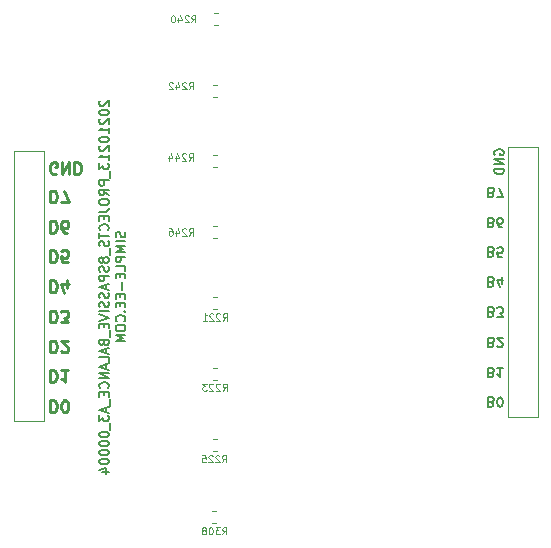
<source format=gbo>
%TF.GenerationSoftware,KiCad,Pcbnew,(5.1.8)-1*%
%TF.CreationDate,2021-02-13T13:18:40-08:00*%
%TF.ProjectId,20210213_Projects_PassiveBalanceBoard,32303231-3032-4313-935f-50726f6a6563,A0*%
%TF.SameCoordinates,PX5b5cac0PY99e0170*%
%TF.FileFunction,Legend,Bot*%
%TF.FilePolarity,Positive*%
%FSLAX46Y46*%
G04 Gerber Fmt 4.6, Leading zero omitted, Abs format (unit mm)*
G04 Created by KiCad (PCBNEW (5.1.8)-1) date 2021-02-13 13:18:40*
%MOMM*%
%LPD*%
G01*
G04 APERTURE LIST*
%ADD10C,0.120000*%
%ADD11C,0.200000*%
%ADD12C,0.250000*%
%ADD13C,0.100000*%
G04 APERTURE END LIST*
D10*
X44475000Y39625000D02*
X41925000Y39625000D01*
X44475000Y16775000D02*
X44475000Y39625000D01*
X41925000Y16775000D02*
X44475000Y16775000D01*
X41925000Y39625000D02*
X41925000Y16775000D01*
X125000Y16425000D02*
X125000Y39275000D01*
X2675000Y16425000D02*
X125000Y16425000D01*
X2675000Y39275000D02*
X2675000Y16425000D01*
X125000Y39275000D02*
X2675000Y39275000D01*
D11*
X7438095Y43521429D02*
X7400000Y43483334D01*
X7361904Y43407143D01*
X7361904Y43216667D01*
X7400000Y43140477D01*
X7438095Y43102381D01*
X7514285Y43064286D01*
X7590476Y43064286D01*
X7704761Y43102381D01*
X8161904Y43559524D01*
X8161904Y43064286D01*
X7361904Y42569048D02*
X7361904Y42492858D01*
X7400000Y42416667D01*
X7438095Y42378572D01*
X7514285Y42340477D01*
X7666666Y42302381D01*
X7857142Y42302381D01*
X8009523Y42340477D01*
X8085714Y42378572D01*
X8123809Y42416667D01*
X8161904Y42492858D01*
X8161904Y42569048D01*
X8123809Y42645239D01*
X8085714Y42683334D01*
X8009523Y42721429D01*
X7857142Y42759524D01*
X7666666Y42759524D01*
X7514285Y42721429D01*
X7438095Y42683334D01*
X7400000Y42645239D01*
X7361904Y42569048D01*
X7438095Y41997620D02*
X7400000Y41959524D01*
X7361904Y41883334D01*
X7361904Y41692858D01*
X7400000Y41616667D01*
X7438095Y41578572D01*
X7514285Y41540477D01*
X7590476Y41540477D01*
X7704761Y41578572D01*
X8161904Y42035715D01*
X8161904Y41540477D01*
X8161904Y40778572D02*
X8161904Y41235715D01*
X8161904Y41007143D02*
X7361904Y41007143D01*
X7476190Y41083334D01*
X7552380Y41159524D01*
X7590476Y41235715D01*
X7361904Y40283334D02*
X7361904Y40207143D01*
X7400000Y40130953D01*
X7438095Y40092858D01*
X7514285Y40054762D01*
X7666666Y40016667D01*
X7857142Y40016667D01*
X8009523Y40054762D01*
X8085714Y40092858D01*
X8123809Y40130953D01*
X8161904Y40207143D01*
X8161904Y40283334D01*
X8123809Y40359524D01*
X8085714Y40397620D01*
X8009523Y40435715D01*
X7857142Y40473810D01*
X7666666Y40473810D01*
X7514285Y40435715D01*
X7438095Y40397620D01*
X7400000Y40359524D01*
X7361904Y40283334D01*
X7438095Y39711905D02*
X7400000Y39673810D01*
X7361904Y39597620D01*
X7361904Y39407143D01*
X7400000Y39330953D01*
X7438095Y39292858D01*
X7514285Y39254762D01*
X7590476Y39254762D01*
X7704761Y39292858D01*
X8161904Y39750000D01*
X8161904Y39254762D01*
X8161904Y38492858D02*
X8161904Y38950000D01*
X8161904Y38721429D02*
X7361904Y38721429D01*
X7476190Y38797620D01*
X7552380Y38873810D01*
X7590476Y38950000D01*
X7361904Y38226191D02*
X7361904Y37730953D01*
X7666666Y37997620D01*
X7666666Y37883334D01*
X7704761Y37807143D01*
X7742857Y37769048D01*
X7819047Y37730953D01*
X8009523Y37730953D01*
X8085714Y37769048D01*
X8123809Y37807143D01*
X8161904Y37883334D01*
X8161904Y38111905D01*
X8123809Y38188096D01*
X8085714Y38226191D01*
X8238095Y37578572D02*
X8238095Y36969048D01*
X8161904Y36778572D02*
X7361904Y36778572D01*
X7361904Y36473810D01*
X7400000Y36397620D01*
X7438095Y36359524D01*
X7514285Y36321429D01*
X7628571Y36321429D01*
X7704761Y36359524D01*
X7742857Y36397620D01*
X7780952Y36473810D01*
X7780952Y36778572D01*
X8161904Y35521429D02*
X7780952Y35788096D01*
X8161904Y35978572D02*
X7361904Y35978572D01*
X7361904Y35673810D01*
X7400000Y35597620D01*
X7438095Y35559524D01*
X7514285Y35521429D01*
X7628571Y35521429D01*
X7704761Y35559524D01*
X7742857Y35597620D01*
X7780952Y35673810D01*
X7780952Y35978572D01*
X7361904Y35026191D02*
X7361904Y34873810D01*
X7400000Y34797620D01*
X7476190Y34721429D01*
X7628571Y34683334D01*
X7895238Y34683334D01*
X8047619Y34721429D01*
X8123809Y34797620D01*
X8161904Y34873810D01*
X8161904Y35026191D01*
X8123809Y35102381D01*
X8047619Y35178572D01*
X7895238Y35216667D01*
X7628571Y35216667D01*
X7476190Y35178572D01*
X7400000Y35102381D01*
X7361904Y35026191D01*
X7361904Y34111905D02*
X7933333Y34111905D01*
X8047619Y34150000D01*
X8123809Y34226191D01*
X8161904Y34340477D01*
X8161904Y34416667D01*
X7742857Y33730953D02*
X7742857Y33464286D01*
X8161904Y33350000D02*
X8161904Y33730953D01*
X7361904Y33730953D01*
X7361904Y33350000D01*
X8085714Y32550000D02*
X8123809Y32588096D01*
X8161904Y32702381D01*
X8161904Y32778572D01*
X8123809Y32892858D01*
X8047619Y32969048D01*
X7971428Y33007143D01*
X7819047Y33045239D01*
X7704761Y33045239D01*
X7552380Y33007143D01*
X7476190Y32969048D01*
X7400000Y32892858D01*
X7361904Y32778572D01*
X7361904Y32702381D01*
X7400000Y32588096D01*
X7438095Y32550000D01*
X7361904Y32321429D02*
X7361904Y31864286D01*
X8161904Y32092858D02*
X7361904Y32092858D01*
X8123809Y31635715D02*
X8161904Y31521429D01*
X8161904Y31330953D01*
X8123809Y31254762D01*
X8085714Y31216667D01*
X8009523Y31178572D01*
X7933333Y31178572D01*
X7857142Y31216667D01*
X7819047Y31254762D01*
X7780952Y31330953D01*
X7742857Y31483334D01*
X7704761Y31559524D01*
X7666666Y31597620D01*
X7590476Y31635715D01*
X7514285Y31635715D01*
X7438095Y31597620D01*
X7400000Y31559524D01*
X7361904Y31483334D01*
X7361904Y31292858D01*
X7400000Y31178572D01*
X8238095Y31026191D02*
X8238095Y30416667D01*
X7704761Y30111905D02*
X7666666Y30188096D01*
X7628571Y30226191D01*
X7552380Y30264286D01*
X7514285Y30264286D01*
X7438095Y30226191D01*
X7400000Y30188096D01*
X7361904Y30111905D01*
X7361904Y29959524D01*
X7400000Y29883334D01*
X7438095Y29845239D01*
X7514285Y29807143D01*
X7552380Y29807143D01*
X7628571Y29845239D01*
X7666666Y29883334D01*
X7704761Y29959524D01*
X7704761Y30111905D01*
X7742857Y30188096D01*
X7780952Y30226191D01*
X7857142Y30264286D01*
X8009523Y30264286D01*
X8085714Y30226191D01*
X8123809Y30188096D01*
X8161904Y30111905D01*
X8161904Y29959524D01*
X8123809Y29883334D01*
X8085714Y29845239D01*
X8009523Y29807143D01*
X7857142Y29807143D01*
X7780952Y29845239D01*
X7742857Y29883334D01*
X7704761Y29959524D01*
X8123809Y29502381D02*
X8161904Y29388096D01*
X8161904Y29197620D01*
X8123809Y29121429D01*
X8085714Y29083334D01*
X8009523Y29045239D01*
X7933333Y29045239D01*
X7857142Y29083334D01*
X7819047Y29121429D01*
X7780952Y29197620D01*
X7742857Y29350000D01*
X7704761Y29426191D01*
X7666666Y29464286D01*
X7590476Y29502381D01*
X7514285Y29502381D01*
X7438095Y29464286D01*
X7400000Y29426191D01*
X7361904Y29350000D01*
X7361904Y29159524D01*
X7400000Y29045239D01*
X8161904Y28702381D02*
X7361904Y28702381D01*
X7361904Y28397620D01*
X7400000Y28321429D01*
X7438095Y28283334D01*
X7514285Y28245239D01*
X7628571Y28245239D01*
X7704761Y28283334D01*
X7742857Y28321429D01*
X7780952Y28397620D01*
X7780952Y28702381D01*
X7933333Y27940477D02*
X7933333Y27559524D01*
X8161904Y28016667D02*
X7361904Y27750000D01*
X8161904Y27483334D01*
X8123809Y27254762D02*
X8161904Y27140477D01*
X8161904Y26950000D01*
X8123809Y26873810D01*
X8085714Y26835715D01*
X8009523Y26797620D01*
X7933333Y26797620D01*
X7857142Y26835715D01*
X7819047Y26873810D01*
X7780952Y26950000D01*
X7742857Y27102381D01*
X7704761Y27178572D01*
X7666666Y27216667D01*
X7590476Y27254762D01*
X7514285Y27254762D01*
X7438095Y27216667D01*
X7400000Y27178572D01*
X7361904Y27102381D01*
X7361904Y26911905D01*
X7400000Y26797620D01*
X8123809Y26492858D02*
X8161904Y26378572D01*
X8161904Y26188096D01*
X8123809Y26111905D01*
X8085714Y26073810D01*
X8009523Y26035715D01*
X7933333Y26035715D01*
X7857142Y26073810D01*
X7819047Y26111905D01*
X7780952Y26188096D01*
X7742857Y26340477D01*
X7704761Y26416667D01*
X7666666Y26454762D01*
X7590476Y26492858D01*
X7514285Y26492858D01*
X7438095Y26454762D01*
X7400000Y26416667D01*
X7361904Y26340477D01*
X7361904Y26150000D01*
X7400000Y26035715D01*
X8161904Y25692858D02*
X7361904Y25692858D01*
X7361904Y25426191D02*
X8161904Y25159524D01*
X7361904Y24892858D01*
X7742857Y24626191D02*
X7742857Y24359524D01*
X8161904Y24245239D02*
X8161904Y24626191D01*
X7361904Y24626191D01*
X7361904Y24245239D01*
X8238095Y24092858D02*
X8238095Y23483334D01*
X7742857Y23026191D02*
X7780952Y22911905D01*
X7819047Y22873810D01*
X7895238Y22835715D01*
X8009523Y22835715D01*
X8085714Y22873810D01*
X8123809Y22911905D01*
X8161904Y22988096D01*
X8161904Y23292858D01*
X7361904Y23292858D01*
X7361904Y23026191D01*
X7400000Y22950000D01*
X7438095Y22911905D01*
X7514285Y22873810D01*
X7590476Y22873810D01*
X7666666Y22911905D01*
X7704761Y22950000D01*
X7742857Y23026191D01*
X7742857Y23292858D01*
X7933333Y22530953D02*
X7933333Y22150000D01*
X8161904Y22607143D02*
X7361904Y22340477D01*
X8161904Y22073810D01*
X8161904Y21426191D02*
X8161904Y21807143D01*
X7361904Y21807143D01*
X7933333Y21197620D02*
X7933333Y20816667D01*
X8161904Y21273810D02*
X7361904Y21007143D01*
X8161904Y20740477D01*
X8161904Y20473810D02*
X7361904Y20473810D01*
X8161904Y20016667D01*
X7361904Y20016667D01*
X8085714Y19178572D02*
X8123809Y19216667D01*
X8161904Y19330953D01*
X8161904Y19407143D01*
X8123809Y19521429D01*
X8047619Y19597620D01*
X7971428Y19635715D01*
X7819047Y19673810D01*
X7704761Y19673810D01*
X7552380Y19635715D01*
X7476190Y19597620D01*
X7400000Y19521429D01*
X7361904Y19407143D01*
X7361904Y19330953D01*
X7400000Y19216667D01*
X7438095Y19178572D01*
X7742857Y18835715D02*
X7742857Y18569048D01*
X8161904Y18454762D02*
X8161904Y18835715D01*
X7361904Y18835715D01*
X7361904Y18454762D01*
X8238095Y18302381D02*
X8238095Y17692858D01*
X7933333Y17540477D02*
X7933333Y17159524D01*
X8161904Y17616667D02*
X7361904Y17350000D01*
X8161904Y17083334D01*
X7361904Y16892858D02*
X7361904Y16397620D01*
X7666666Y16664286D01*
X7666666Y16550000D01*
X7704761Y16473810D01*
X7742857Y16435715D01*
X7819047Y16397620D01*
X8009523Y16397620D01*
X8085714Y16435715D01*
X8123809Y16473810D01*
X8161904Y16550000D01*
X8161904Y16778572D01*
X8123809Y16854762D01*
X8085714Y16892858D01*
X8238095Y16245239D02*
X8238095Y15635715D01*
X7361904Y15292858D02*
X7361904Y15216667D01*
X7400000Y15140477D01*
X7438095Y15102381D01*
X7514285Y15064286D01*
X7666666Y15026191D01*
X7857142Y15026191D01*
X8009523Y15064286D01*
X8085714Y15102381D01*
X8123809Y15140477D01*
X8161904Y15216667D01*
X8161904Y15292858D01*
X8123809Y15369048D01*
X8085714Y15407143D01*
X8009523Y15445239D01*
X7857142Y15483334D01*
X7666666Y15483334D01*
X7514285Y15445239D01*
X7438095Y15407143D01*
X7400000Y15369048D01*
X7361904Y15292858D01*
X7361904Y14530953D02*
X7361904Y14454762D01*
X7400000Y14378572D01*
X7438095Y14340477D01*
X7514285Y14302381D01*
X7666666Y14264286D01*
X7857142Y14264286D01*
X8009523Y14302381D01*
X8085714Y14340477D01*
X8123809Y14378572D01*
X8161904Y14454762D01*
X8161904Y14530953D01*
X8123809Y14607143D01*
X8085714Y14645239D01*
X8009523Y14683334D01*
X7857142Y14721429D01*
X7666666Y14721429D01*
X7514285Y14683334D01*
X7438095Y14645239D01*
X7400000Y14607143D01*
X7361904Y14530953D01*
X7361904Y13769048D02*
X7361904Y13692858D01*
X7400000Y13616667D01*
X7438095Y13578572D01*
X7514285Y13540477D01*
X7666666Y13502381D01*
X7857142Y13502381D01*
X8009523Y13540477D01*
X8085714Y13578572D01*
X8123809Y13616667D01*
X8161904Y13692858D01*
X8161904Y13769048D01*
X8123809Y13845239D01*
X8085714Y13883334D01*
X8009523Y13921429D01*
X7857142Y13959524D01*
X7666666Y13959524D01*
X7514285Y13921429D01*
X7438095Y13883334D01*
X7400000Y13845239D01*
X7361904Y13769048D01*
X7361904Y13007143D02*
X7361904Y12930953D01*
X7400000Y12854762D01*
X7438095Y12816667D01*
X7514285Y12778572D01*
X7666666Y12740477D01*
X7857142Y12740477D01*
X8009523Y12778572D01*
X8085714Y12816667D01*
X8123809Y12854762D01*
X8161904Y12930953D01*
X8161904Y13007143D01*
X8123809Y13083334D01*
X8085714Y13121429D01*
X8009523Y13159524D01*
X7857142Y13197620D01*
X7666666Y13197620D01*
X7514285Y13159524D01*
X7438095Y13121429D01*
X7400000Y13083334D01*
X7361904Y13007143D01*
X7628571Y12054762D02*
X8161904Y12054762D01*
X7323809Y12245239D02*
X7895238Y12435715D01*
X7895238Y11940477D01*
X9523809Y32397620D02*
X9561904Y32283334D01*
X9561904Y32092858D01*
X9523809Y32016667D01*
X9485714Y31978572D01*
X9409523Y31940477D01*
X9333333Y31940477D01*
X9257142Y31978572D01*
X9219047Y32016667D01*
X9180952Y32092858D01*
X9142857Y32245239D01*
X9104761Y32321429D01*
X9066666Y32359524D01*
X8990476Y32397620D01*
X8914285Y32397620D01*
X8838095Y32359524D01*
X8800000Y32321429D01*
X8761904Y32245239D01*
X8761904Y32054762D01*
X8800000Y31940477D01*
X9561904Y31597620D02*
X8761904Y31597620D01*
X9561904Y31216667D02*
X8761904Y31216667D01*
X9333333Y30950000D01*
X8761904Y30683334D01*
X9561904Y30683334D01*
X9561904Y30302381D02*
X8761904Y30302381D01*
X8761904Y29997620D01*
X8800000Y29921429D01*
X8838095Y29883334D01*
X8914285Y29845239D01*
X9028571Y29845239D01*
X9104761Y29883334D01*
X9142857Y29921429D01*
X9180952Y29997620D01*
X9180952Y30302381D01*
X9561904Y29121429D02*
X9561904Y29502381D01*
X8761904Y29502381D01*
X9142857Y28854762D02*
X9142857Y28588096D01*
X9561904Y28473810D02*
X9561904Y28854762D01*
X8761904Y28854762D01*
X8761904Y28473810D01*
X9257142Y28130953D02*
X9257142Y27521429D01*
X9142857Y27140477D02*
X9142857Y26873810D01*
X9561904Y26759524D02*
X9561904Y27140477D01*
X8761904Y27140477D01*
X8761904Y26759524D01*
X9142857Y26416667D02*
X9142857Y26150000D01*
X9561904Y26035715D02*
X9561904Y26416667D01*
X8761904Y26416667D01*
X8761904Y26035715D01*
X9485714Y25692858D02*
X9523809Y25654762D01*
X9561904Y25692858D01*
X9523809Y25730953D01*
X9485714Y25692858D01*
X9561904Y25692858D01*
X9485714Y24854762D02*
X9523809Y24892858D01*
X9561904Y25007143D01*
X9561904Y25083334D01*
X9523809Y25197620D01*
X9447619Y25273810D01*
X9371428Y25311905D01*
X9219047Y25350000D01*
X9104761Y25350000D01*
X8952380Y25311905D01*
X8876190Y25273810D01*
X8800000Y25197620D01*
X8761904Y25083334D01*
X8761904Y25007143D01*
X8800000Y24892858D01*
X8838095Y24854762D01*
X8761904Y24359524D02*
X8761904Y24207143D01*
X8800000Y24130953D01*
X8876190Y24054762D01*
X9028571Y24016667D01*
X9295238Y24016667D01*
X9447619Y24054762D01*
X9523809Y24130953D01*
X9561904Y24207143D01*
X9561904Y24359524D01*
X9523809Y24435715D01*
X9447619Y24511905D01*
X9295238Y24550000D01*
X9028571Y24550000D01*
X8876190Y24511905D01*
X8800000Y24435715D01*
X8761904Y24359524D01*
X9561904Y23673810D02*
X8761904Y23673810D01*
X9333333Y23407143D01*
X8761904Y23140477D01*
X9561904Y23140477D01*
D12*
X3724404Y37350000D02*
X3629166Y37302381D01*
X3486309Y37302381D01*
X3343452Y37350000D01*
X3248214Y37445239D01*
X3200595Y37540477D01*
X3152976Y37730953D01*
X3152976Y37873810D01*
X3200595Y38064286D01*
X3248214Y38159524D01*
X3343452Y38254762D01*
X3486309Y38302381D01*
X3581547Y38302381D01*
X3724404Y38254762D01*
X3772023Y38207143D01*
X3772023Y37873810D01*
X3581547Y37873810D01*
X4200595Y38302381D02*
X4200595Y37302381D01*
X4772023Y38302381D01*
X4772023Y37302381D01*
X5248214Y38302381D02*
X5248214Y37302381D01*
X5486309Y37302381D01*
X5629166Y37350000D01*
X5724404Y37445239D01*
X5772023Y37540477D01*
X5819642Y37730953D01*
X5819642Y37873810D01*
X5772023Y38064286D01*
X5724404Y38159524D01*
X5629166Y38254762D01*
X5486309Y38302381D01*
X5248214Y38302381D01*
X3200595Y35902381D02*
X3200595Y34902381D01*
X3438690Y34902381D01*
X3581547Y34950000D01*
X3676785Y35045239D01*
X3724404Y35140477D01*
X3772023Y35330953D01*
X3772023Y35473810D01*
X3724404Y35664286D01*
X3676785Y35759524D01*
X3581547Y35854762D01*
X3438690Y35902381D01*
X3200595Y35902381D01*
X4105357Y34902381D02*
X4772023Y34902381D01*
X4343452Y35902381D01*
X3200595Y33352381D02*
X3200595Y32352381D01*
X3438690Y32352381D01*
X3581547Y32400000D01*
X3676785Y32495239D01*
X3724404Y32590477D01*
X3772023Y32780953D01*
X3772023Y32923810D01*
X3724404Y33114286D01*
X3676785Y33209524D01*
X3581547Y33304762D01*
X3438690Y33352381D01*
X3200595Y33352381D01*
X4629166Y32352381D02*
X4438690Y32352381D01*
X4343452Y32400000D01*
X4295833Y32447620D01*
X4200595Y32590477D01*
X4152976Y32780953D01*
X4152976Y33161905D01*
X4200595Y33257143D01*
X4248214Y33304762D01*
X4343452Y33352381D01*
X4533928Y33352381D01*
X4629166Y33304762D01*
X4676785Y33257143D01*
X4724404Y33161905D01*
X4724404Y32923810D01*
X4676785Y32828572D01*
X4629166Y32780953D01*
X4533928Y32733334D01*
X4343452Y32733334D01*
X4248214Y32780953D01*
X4200595Y32828572D01*
X4152976Y32923810D01*
X3200595Y30852381D02*
X3200595Y29852381D01*
X3438690Y29852381D01*
X3581547Y29900000D01*
X3676785Y29995239D01*
X3724404Y30090477D01*
X3772023Y30280953D01*
X3772023Y30423810D01*
X3724404Y30614286D01*
X3676785Y30709524D01*
X3581547Y30804762D01*
X3438690Y30852381D01*
X3200595Y30852381D01*
X4676785Y29852381D02*
X4200595Y29852381D01*
X4152976Y30328572D01*
X4200595Y30280953D01*
X4295833Y30233334D01*
X4533928Y30233334D01*
X4629166Y30280953D01*
X4676785Y30328572D01*
X4724404Y30423810D01*
X4724404Y30661905D01*
X4676785Y30757143D01*
X4629166Y30804762D01*
X4533928Y30852381D01*
X4295833Y30852381D01*
X4200595Y30804762D01*
X4152976Y30757143D01*
X3200595Y28302381D02*
X3200595Y27302381D01*
X3438690Y27302381D01*
X3581547Y27350000D01*
X3676785Y27445239D01*
X3724404Y27540477D01*
X3772023Y27730953D01*
X3772023Y27873810D01*
X3724404Y28064286D01*
X3676785Y28159524D01*
X3581547Y28254762D01*
X3438690Y28302381D01*
X3200595Y28302381D01*
X4629166Y27635715D02*
X4629166Y28302381D01*
X4391071Y27254762D02*
X4152976Y27969048D01*
X4772023Y27969048D01*
X3200595Y25752381D02*
X3200595Y24752381D01*
X3438690Y24752381D01*
X3581547Y24800000D01*
X3676785Y24895239D01*
X3724404Y24990477D01*
X3772023Y25180953D01*
X3772023Y25323810D01*
X3724404Y25514286D01*
X3676785Y25609524D01*
X3581547Y25704762D01*
X3438690Y25752381D01*
X3200595Y25752381D01*
X4105357Y24752381D02*
X4724404Y24752381D01*
X4391071Y25133334D01*
X4533928Y25133334D01*
X4629166Y25180953D01*
X4676785Y25228572D01*
X4724404Y25323810D01*
X4724404Y25561905D01*
X4676785Y25657143D01*
X4629166Y25704762D01*
X4533928Y25752381D01*
X4248214Y25752381D01*
X4152976Y25704762D01*
X4105357Y25657143D01*
X3200595Y23202381D02*
X3200595Y22202381D01*
X3438690Y22202381D01*
X3581547Y22250000D01*
X3676785Y22345239D01*
X3724404Y22440477D01*
X3772023Y22630953D01*
X3772023Y22773810D01*
X3724404Y22964286D01*
X3676785Y23059524D01*
X3581547Y23154762D01*
X3438690Y23202381D01*
X3200595Y23202381D01*
X4152976Y22297620D02*
X4200595Y22250000D01*
X4295833Y22202381D01*
X4533928Y22202381D01*
X4629166Y22250000D01*
X4676785Y22297620D01*
X4724404Y22392858D01*
X4724404Y22488096D01*
X4676785Y22630953D01*
X4105357Y23202381D01*
X4724404Y23202381D01*
X3200595Y20702381D02*
X3200595Y19702381D01*
X3438690Y19702381D01*
X3581547Y19750000D01*
X3676785Y19845239D01*
X3724404Y19940477D01*
X3772023Y20130953D01*
X3772023Y20273810D01*
X3724404Y20464286D01*
X3676785Y20559524D01*
X3581547Y20654762D01*
X3438690Y20702381D01*
X3200595Y20702381D01*
X4724404Y20702381D02*
X4152976Y20702381D01*
X4438690Y20702381D02*
X4438690Y19702381D01*
X4343452Y19845239D01*
X4248214Y19940477D01*
X4152976Y19988096D01*
X3200595Y18152381D02*
X3200595Y17152381D01*
X3438690Y17152381D01*
X3581547Y17200000D01*
X3676785Y17295239D01*
X3724404Y17390477D01*
X3772023Y17580953D01*
X3772023Y17723810D01*
X3724404Y17914286D01*
X3676785Y18009524D01*
X3581547Y18104762D01*
X3438690Y18152381D01*
X3200595Y18152381D01*
X4391071Y17152381D02*
X4486309Y17152381D01*
X4581547Y17200000D01*
X4629166Y17247620D01*
X4676785Y17342858D01*
X4724404Y17533334D01*
X4724404Y17771429D01*
X4676785Y17961905D01*
X4629166Y18057143D01*
X4581547Y18104762D01*
X4486309Y18152381D01*
X4391071Y18152381D01*
X4295833Y18104762D01*
X4248214Y18057143D01*
X4200595Y17961905D01*
X4152976Y17771429D01*
X4152976Y17533334D01*
X4200595Y17342858D01*
X4248214Y17247620D01*
X4295833Y17200000D01*
X4391071Y17152381D01*
D11*
X40850000Y38959524D02*
X40811904Y39035715D01*
X40811904Y39150000D01*
X40850000Y39264286D01*
X40926190Y39340477D01*
X41002380Y39378572D01*
X41154761Y39416667D01*
X41269047Y39416667D01*
X41421428Y39378572D01*
X41497619Y39340477D01*
X41573809Y39264286D01*
X41611904Y39150000D01*
X41611904Y39073810D01*
X41573809Y38959524D01*
X41535714Y38921429D01*
X41269047Y38921429D01*
X41269047Y39073810D01*
X41611904Y38578572D02*
X40811904Y38578572D01*
X41611904Y38121429D01*
X40811904Y38121429D01*
X41611904Y37740477D02*
X40811904Y37740477D01*
X40811904Y37550000D01*
X40850000Y37435715D01*
X40926190Y37359524D01*
X41002380Y37321429D01*
X41154761Y37283334D01*
X41269047Y37283334D01*
X41421428Y37321429D01*
X41497619Y37359524D01*
X41573809Y37435715D01*
X41611904Y37550000D01*
X41611904Y37740477D01*
X40565238Y35742858D02*
X40679523Y35780953D01*
X40717619Y35819048D01*
X40755714Y35895239D01*
X40755714Y36009524D01*
X40717619Y36085715D01*
X40679523Y36123810D01*
X40603333Y36161905D01*
X40298571Y36161905D01*
X40298571Y35361905D01*
X40565238Y35361905D01*
X40641428Y35400000D01*
X40679523Y35438096D01*
X40717619Y35514286D01*
X40717619Y35590477D01*
X40679523Y35666667D01*
X40641428Y35704762D01*
X40565238Y35742858D01*
X40298571Y35742858D01*
X41022380Y35361905D02*
X41555714Y35361905D01*
X41212857Y36161905D01*
X40565238Y33192858D02*
X40679523Y33230953D01*
X40717619Y33269048D01*
X40755714Y33345239D01*
X40755714Y33459524D01*
X40717619Y33535715D01*
X40679523Y33573810D01*
X40603333Y33611905D01*
X40298571Y33611905D01*
X40298571Y32811905D01*
X40565238Y32811905D01*
X40641428Y32850000D01*
X40679523Y32888096D01*
X40717619Y32964286D01*
X40717619Y33040477D01*
X40679523Y33116667D01*
X40641428Y33154762D01*
X40565238Y33192858D01*
X40298571Y33192858D01*
X41441428Y32811905D02*
X41289047Y32811905D01*
X41212857Y32850000D01*
X41174761Y32888096D01*
X41098571Y33002381D01*
X41060476Y33154762D01*
X41060476Y33459524D01*
X41098571Y33535715D01*
X41136666Y33573810D01*
X41212857Y33611905D01*
X41365238Y33611905D01*
X41441428Y33573810D01*
X41479523Y33535715D01*
X41517619Y33459524D01*
X41517619Y33269048D01*
X41479523Y33192858D01*
X41441428Y33154762D01*
X41365238Y33116667D01*
X41212857Y33116667D01*
X41136666Y33154762D01*
X41098571Y33192858D01*
X41060476Y33269048D01*
X40565238Y30692858D02*
X40679523Y30730953D01*
X40717619Y30769048D01*
X40755714Y30845239D01*
X40755714Y30959524D01*
X40717619Y31035715D01*
X40679523Y31073810D01*
X40603333Y31111905D01*
X40298571Y31111905D01*
X40298571Y30311905D01*
X40565238Y30311905D01*
X40641428Y30350000D01*
X40679523Y30388096D01*
X40717619Y30464286D01*
X40717619Y30540477D01*
X40679523Y30616667D01*
X40641428Y30654762D01*
X40565238Y30692858D01*
X40298571Y30692858D01*
X41479523Y30311905D02*
X41098571Y30311905D01*
X41060476Y30692858D01*
X41098571Y30654762D01*
X41174761Y30616667D01*
X41365238Y30616667D01*
X41441428Y30654762D01*
X41479523Y30692858D01*
X41517619Y30769048D01*
X41517619Y30959524D01*
X41479523Y31035715D01*
X41441428Y31073810D01*
X41365238Y31111905D01*
X41174761Y31111905D01*
X41098571Y31073810D01*
X41060476Y31035715D01*
X40565238Y28142858D02*
X40679523Y28180953D01*
X40717619Y28219048D01*
X40755714Y28295239D01*
X40755714Y28409524D01*
X40717619Y28485715D01*
X40679523Y28523810D01*
X40603333Y28561905D01*
X40298571Y28561905D01*
X40298571Y27761905D01*
X40565238Y27761905D01*
X40641428Y27800000D01*
X40679523Y27838096D01*
X40717619Y27914286D01*
X40717619Y27990477D01*
X40679523Y28066667D01*
X40641428Y28104762D01*
X40565238Y28142858D01*
X40298571Y28142858D01*
X41441428Y28028572D02*
X41441428Y28561905D01*
X41250952Y27723810D02*
X41060476Y28295239D01*
X41555714Y28295239D01*
X40565238Y25592858D02*
X40679523Y25630953D01*
X40717619Y25669048D01*
X40755714Y25745239D01*
X40755714Y25859524D01*
X40717619Y25935715D01*
X40679523Y25973810D01*
X40603333Y26011905D01*
X40298571Y26011905D01*
X40298571Y25211905D01*
X40565238Y25211905D01*
X40641428Y25250000D01*
X40679523Y25288096D01*
X40717619Y25364286D01*
X40717619Y25440477D01*
X40679523Y25516667D01*
X40641428Y25554762D01*
X40565238Y25592858D01*
X40298571Y25592858D01*
X41022380Y25211905D02*
X41517619Y25211905D01*
X41250952Y25516667D01*
X41365238Y25516667D01*
X41441428Y25554762D01*
X41479523Y25592858D01*
X41517619Y25669048D01*
X41517619Y25859524D01*
X41479523Y25935715D01*
X41441428Y25973810D01*
X41365238Y26011905D01*
X41136666Y26011905D01*
X41060476Y25973810D01*
X41022380Y25935715D01*
X40565238Y23042858D02*
X40679523Y23080953D01*
X40717619Y23119048D01*
X40755714Y23195239D01*
X40755714Y23309524D01*
X40717619Y23385715D01*
X40679523Y23423810D01*
X40603333Y23461905D01*
X40298571Y23461905D01*
X40298571Y22661905D01*
X40565238Y22661905D01*
X40641428Y22700000D01*
X40679523Y22738096D01*
X40717619Y22814286D01*
X40717619Y22890477D01*
X40679523Y22966667D01*
X40641428Y23004762D01*
X40565238Y23042858D01*
X40298571Y23042858D01*
X41060476Y22738096D02*
X41098571Y22700000D01*
X41174761Y22661905D01*
X41365238Y22661905D01*
X41441428Y22700000D01*
X41479523Y22738096D01*
X41517619Y22814286D01*
X41517619Y22890477D01*
X41479523Y23004762D01*
X41022380Y23461905D01*
X41517619Y23461905D01*
X40565238Y20492858D02*
X40679523Y20530953D01*
X40717619Y20569048D01*
X40755714Y20645239D01*
X40755714Y20759524D01*
X40717619Y20835715D01*
X40679523Y20873810D01*
X40603333Y20911905D01*
X40298571Y20911905D01*
X40298571Y20111905D01*
X40565238Y20111905D01*
X40641428Y20150000D01*
X40679523Y20188096D01*
X40717619Y20264286D01*
X40717619Y20340477D01*
X40679523Y20416667D01*
X40641428Y20454762D01*
X40565238Y20492858D01*
X40298571Y20492858D01*
X41517619Y20911905D02*
X41060476Y20911905D01*
X41289047Y20911905D02*
X41289047Y20111905D01*
X41212857Y20226191D01*
X41136666Y20302381D01*
X41060476Y20340477D01*
X40565238Y17992858D02*
X40679523Y18030953D01*
X40717619Y18069048D01*
X40755714Y18145239D01*
X40755714Y18259524D01*
X40717619Y18335715D01*
X40679523Y18373810D01*
X40603333Y18411905D01*
X40298571Y18411905D01*
X40298571Y17611905D01*
X40565238Y17611905D01*
X40641428Y17650000D01*
X40679523Y17688096D01*
X40717619Y17764286D01*
X40717619Y17840477D01*
X40679523Y17916667D01*
X40641428Y17954762D01*
X40565238Y17992858D01*
X40298571Y17992858D01*
X41250952Y17611905D02*
X41327142Y17611905D01*
X41403333Y17650000D01*
X41441428Y17688096D01*
X41479523Y17764286D01*
X41517619Y17916667D01*
X41517619Y18107143D01*
X41479523Y18259524D01*
X41441428Y18335715D01*
X41403333Y18373810D01*
X41327142Y18411905D01*
X41250952Y18411905D01*
X41174761Y18373810D01*
X41136666Y18335715D01*
X41098571Y18259524D01*
X41060476Y18107143D01*
X41060476Y17916667D01*
X41098571Y17764286D01*
X41136666Y17688096D01*
X41174761Y17650000D01*
X41250952Y17611905D01*
D10*
X17321267Y25865000D02*
X16978733Y25865000D01*
X17321267Y26885000D02*
X16978733Y26885000D01*
X17296267Y20885000D02*
X16953733Y20885000D01*
X17296267Y19865000D02*
X16953733Y19865000D01*
X17296267Y14885000D02*
X16953733Y14885000D01*
X17296267Y13865000D02*
X16953733Y13865000D01*
X17446267Y49915000D02*
X17103733Y49915000D01*
X17446267Y50935000D02*
X17103733Y50935000D01*
X17346267Y43840000D02*
X17003733Y43840000D01*
X17346267Y44860000D02*
X17003733Y44860000D01*
X17296267Y37915000D02*
X16953733Y37915000D01*
X17296267Y38935000D02*
X16953733Y38935000D01*
X17321267Y32885000D02*
X16978733Y32885000D01*
X17321267Y31865000D02*
X16978733Y31865000D01*
X17271267Y7765000D02*
X16928733Y7765000D01*
X17271267Y8785000D02*
X16928733Y8785000D01*
D13*
X17821428Y24903572D02*
X18021428Y25189286D01*
X18164285Y24903572D02*
X18164285Y25503572D01*
X17935714Y25503572D01*
X17878571Y25475000D01*
X17850000Y25446429D01*
X17821428Y25389286D01*
X17821428Y25303572D01*
X17850000Y25246429D01*
X17878571Y25217858D01*
X17935714Y25189286D01*
X18164285Y25189286D01*
X17592857Y25446429D02*
X17564285Y25475000D01*
X17507142Y25503572D01*
X17364285Y25503572D01*
X17307142Y25475000D01*
X17278571Y25446429D01*
X17250000Y25389286D01*
X17250000Y25332143D01*
X17278571Y25246429D01*
X17621428Y24903572D01*
X17250000Y24903572D01*
X17021428Y25446429D02*
X16992857Y25475000D01*
X16935714Y25503572D01*
X16792857Y25503572D01*
X16735714Y25475000D01*
X16707142Y25446429D01*
X16678571Y25389286D01*
X16678571Y25332143D01*
X16707142Y25246429D01*
X17050000Y24903572D01*
X16678571Y24903572D01*
X16107142Y24903572D02*
X16450000Y24903572D01*
X16278571Y24903572D02*
X16278571Y25503572D01*
X16335714Y25417858D01*
X16392857Y25360715D01*
X16450000Y25332143D01*
X17796428Y18953572D02*
X17996428Y19239286D01*
X18139285Y18953572D02*
X18139285Y19553572D01*
X17910714Y19553572D01*
X17853571Y19525000D01*
X17825000Y19496429D01*
X17796428Y19439286D01*
X17796428Y19353572D01*
X17825000Y19296429D01*
X17853571Y19267858D01*
X17910714Y19239286D01*
X18139285Y19239286D01*
X17567857Y19496429D02*
X17539285Y19525000D01*
X17482142Y19553572D01*
X17339285Y19553572D01*
X17282142Y19525000D01*
X17253571Y19496429D01*
X17225000Y19439286D01*
X17225000Y19382143D01*
X17253571Y19296429D01*
X17596428Y18953572D01*
X17225000Y18953572D01*
X16996428Y19496429D02*
X16967857Y19525000D01*
X16910714Y19553572D01*
X16767857Y19553572D01*
X16710714Y19525000D01*
X16682142Y19496429D01*
X16653571Y19439286D01*
X16653571Y19382143D01*
X16682142Y19296429D01*
X17025000Y18953572D01*
X16653571Y18953572D01*
X16453571Y19553572D02*
X16082142Y19553572D01*
X16282142Y19325000D01*
X16196428Y19325000D01*
X16139285Y19296429D01*
X16110714Y19267858D01*
X16082142Y19210715D01*
X16082142Y19067858D01*
X16110714Y19010715D01*
X16139285Y18982143D01*
X16196428Y18953572D01*
X16367857Y18953572D01*
X16425000Y18982143D01*
X16453571Y19010715D01*
X17746428Y12903572D02*
X17946428Y13189286D01*
X18089285Y12903572D02*
X18089285Y13503572D01*
X17860714Y13503572D01*
X17803571Y13475000D01*
X17775000Y13446429D01*
X17746428Y13389286D01*
X17746428Y13303572D01*
X17775000Y13246429D01*
X17803571Y13217858D01*
X17860714Y13189286D01*
X18089285Y13189286D01*
X17517857Y13446429D02*
X17489285Y13475000D01*
X17432142Y13503572D01*
X17289285Y13503572D01*
X17232142Y13475000D01*
X17203571Y13446429D01*
X17175000Y13389286D01*
X17175000Y13332143D01*
X17203571Y13246429D01*
X17546428Y12903572D01*
X17175000Y12903572D01*
X16946428Y13446429D02*
X16917857Y13475000D01*
X16860714Y13503572D01*
X16717857Y13503572D01*
X16660714Y13475000D01*
X16632142Y13446429D01*
X16603571Y13389286D01*
X16603571Y13332143D01*
X16632142Y13246429D01*
X16975000Y12903572D01*
X16603571Y12903572D01*
X16060714Y13503572D02*
X16346428Y13503572D01*
X16375000Y13217858D01*
X16346428Y13246429D01*
X16289285Y13275000D01*
X16146428Y13275000D01*
X16089285Y13246429D01*
X16060714Y13217858D01*
X16032142Y13160715D01*
X16032142Y13017858D01*
X16060714Y12960715D01*
X16089285Y12932143D01*
X16146428Y12903572D01*
X16289285Y12903572D01*
X16346428Y12932143D01*
X16375000Y12960715D01*
X15146428Y50153572D02*
X15346428Y50439286D01*
X15489285Y50153572D02*
X15489285Y50753572D01*
X15260714Y50753572D01*
X15203571Y50725000D01*
X15175000Y50696429D01*
X15146428Y50639286D01*
X15146428Y50553572D01*
X15175000Y50496429D01*
X15203571Y50467858D01*
X15260714Y50439286D01*
X15489285Y50439286D01*
X14917857Y50696429D02*
X14889285Y50725000D01*
X14832142Y50753572D01*
X14689285Y50753572D01*
X14632142Y50725000D01*
X14603571Y50696429D01*
X14575000Y50639286D01*
X14575000Y50582143D01*
X14603571Y50496429D01*
X14946428Y50153572D01*
X14575000Y50153572D01*
X14060714Y50553572D02*
X14060714Y50153572D01*
X14203571Y50782143D02*
X14346428Y50353572D01*
X13975000Y50353572D01*
X13632142Y50753572D02*
X13575000Y50753572D01*
X13517857Y50725000D01*
X13489285Y50696429D01*
X13460714Y50639286D01*
X13432142Y50525000D01*
X13432142Y50382143D01*
X13460714Y50267858D01*
X13489285Y50210715D01*
X13517857Y50182143D01*
X13575000Y50153572D01*
X13632142Y50153572D01*
X13689285Y50182143D01*
X13717857Y50210715D01*
X13746428Y50267858D01*
X13775000Y50382143D01*
X13775000Y50525000D01*
X13746428Y50639286D01*
X13717857Y50696429D01*
X13689285Y50725000D01*
X13632142Y50753572D01*
X14946428Y44478572D02*
X15146428Y44764286D01*
X15289285Y44478572D02*
X15289285Y45078572D01*
X15060714Y45078572D01*
X15003571Y45050000D01*
X14975000Y45021429D01*
X14946428Y44964286D01*
X14946428Y44878572D01*
X14975000Y44821429D01*
X15003571Y44792858D01*
X15060714Y44764286D01*
X15289285Y44764286D01*
X14717857Y45021429D02*
X14689285Y45050000D01*
X14632142Y45078572D01*
X14489285Y45078572D01*
X14432142Y45050000D01*
X14403571Y45021429D01*
X14375000Y44964286D01*
X14375000Y44907143D01*
X14403571Y44821429D01*
X14746428Y44478572D01*
X14375000Y44478572D01*
X13860714Y44878572D02*
X13860714Y44478572D01*
X14003571Y45107143D02*
X14146428Y44678572D01*
X13775000Y44678572D01*
X13575000Y45021429D02*
X13546428Y45050000D01*
X13489285Y45078572D01*
X13346428Y45078572D01*
X13289285Y45050000D01*
X13260714Y45021429D01*
X13232142Y44964286D01*
X13232142Y44907143D01*
X13260714Y44821429D01*
X13603571Y44478572D01*
X13232142Y44478572D01*
X14921428Y38453572D02*
X15121428Y38739286D01*
X15264285Y38453572D02*
X15264285Y39053572D01*
X15035714Y39053572D01*
X14978571Y39025000D01*
X14950000Y38996429D01*
X14921428Y38939286D01*
X14921428Y38853572D01*
X14950000Y38796429D01*
X14978571Y38767858D01*
X15035714Y38739286D01*
X15264285Y38739286D01*
X14692857Y38996429D02*
X14664285Y39025000D01*
X14607142Y39053572D01*
X14464285Y39053572D01*
X14407142Y39025000D01*
X14378571Y38996429D01*
X14350000Y38939286D01*
X14350000Y38882143D01*
X14378571Y38796429D01*
X14721428Y38453572D01*
X14350000Y38453572D01*
X13835714Y38853572D02*
X13835714Y38453572D01*
X13978571Y39082143D02*
X14121428Y38653572D01*
X13750000Y38653572D01*
X13264285Y38853572D02*
X13264285Y38453572D01*
X13407142Y39082143D02*
X13550000Y38653572D01*
X13178571Y38653572D01*
X14946428Y32103572D02*
X15146428Y32389286D01*
X15289285Y32103572D02*
X15289285Y32703572D01*
X15060714Y32703572D01*
X15003571Y32675000D01*
X14975000Y32646429D01*
X14946428Y32589286D01*
X14946428Y32503572D01*
X14975000Y32446429D01*
X15003571Y32417858D01*
X15060714Y32389286D01*
X15289285Y32389286D01*
X14717857Y32646429D02*
X14689285Y32675000D01*
X14632142Y32703572D01*
X14489285Y32703572D01*
X14432142Y32675000D01*
X14403571Y32646429D01*
X14375000Y32589286D01*
X14375000Y32532143D01*
X14403571Y32446429D01*
X14746428Y32103572D01*
X14375000Y32103572D01*
X13860714Y32503572D02*
X13860714Y32103572D01*
X14003571Y32732143D02*
X14146428Y32303572D01*
X13775000Y32303572D01*
X13289285Y32703572D02*
X13403571Y32703572D01*
X13460714Y32675000D01*
X13489285Y32646429D01*
X13546428Y32560715D01*
X13575000Y32446429D01*
X13575000Y32217858D01*
X13546428Y32160715D01*
X13517857Y32132143D01*
X13460714Y32103572D01*
X13346428Y32103572D01*
X13289285Y32132143D01*
X13260714Y32160715D01*
X13232142Y32217858D01*
X13232142Y32360715D01*
X13260714Y32417858D01*
X13289285Y32446429D01*
X13346428Y32475000D01*
X13460714Y32475000D01*
X13517857Y32446429D01*
X13546428Y32417858D01*
X13575000Y32360715D01*
X17771428Y6803572D02*
X17971428Y7089286D01*
X18114285Y6803572D02*
X18114285Y7403572D01*
X17885714Y7403572D01*
X17828571Y7375000D01*
X17800000Y7346429D01*
X17771428Y7289286D01*
X17771428Y7203572D01*
X17800000Y7146429D01*
X17828571Y7117858D01*
X17885714Y7089286D01*
X18114285Y7089286D01*
X17571428Y7403572D02*
X17200000Y7403572D01*
X17400000Y7175000D01*
X17314285Y7175000D01*
X17257142Y7146429D01*
X17228571Y7117858D01*
X17200000Y7060715D01*
X17200000Y6917858D01*
X17228571Y6860715D01*
X17257142Y6832143D01*
X17314285Y6803572D01*
X17485714Y6803572D01*
X17542857Y6832143D01*
X17571428Y6860715D01*
X16828571Y7403572D02*
X16771428Y7403572D01*
X16714285Y7375000D01*
X16685714Y7346429D01*
X16657142Y7289286D01*
X16628571Y7175000D01*
X16628571Y7032143D01*
X16657142Y6917858D01*
X16685714Y6860715D01*
X16714285Y6832143D01*
X16771428Y6803572D01*
X16828571Y6803572D01*
X16885714Y6832143D01*
X16914285Y6860715D01*
X16942857Y6917858D01*
X16971428Y7032143D01*
X16971428Y7175000D01*
X16942857Y7289286D01*
X16914285Y7346429D01*
X16885714Y7375000D01*
X16828571Y7403572D01*
X16285714Y7146429D02*
X16342857Y7175000D01*
X16371428Y7203572D01*
X16400000Y7260715D01*
X16400000Y7289286D01*
X16371428Y7346429D01*
X16342857Y7375000D01*
X16285714Y7403572D01*
X16171428Y7403572D01*
X16114285Y7375000D01*
X16085714Y7346429D01*
X16057142Y7289286D01*
X16057142Y7260715D01*
X16085714Y7203572D01*
X16114285Y7175000D01*
X16171428Y7146429D01*
X16285714Y7146429D01*
X16342857Y7117858D01*
X16371428Y7089286D01*
X16400000Y7032143D01*
X16400000Y6917858D01*
X16371428Y6860715D01*
X16342857Y6832143D01*
X16285714Y6803572D01*
X16171428Y6803572D01*
X16114285Y6832143D01*
X16085714Y6860715D01*
X16057142Y6917858D01*
X16057142Y7032143D01*
X16085714Y7089286D01*
X16114285Y7117858D01*
X16171428Y7146429D01*
M02*

</source>
